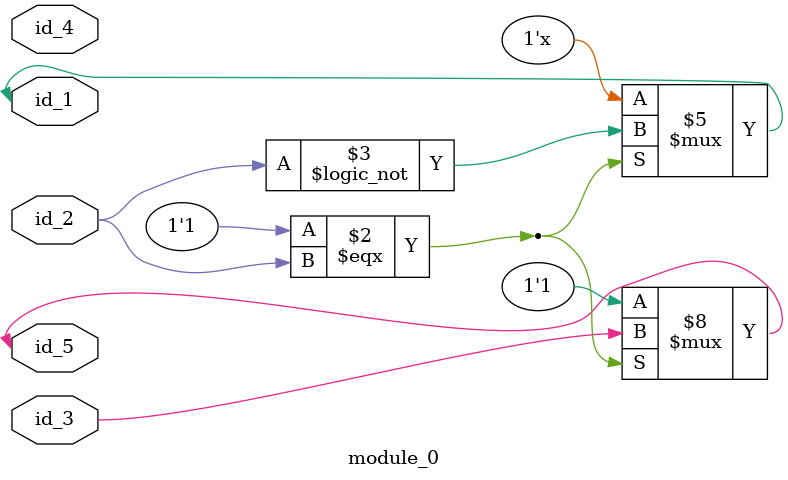
<source format=v>
module module_0 (
    id_1,
    id_2,
    id_3,
    id_4,
    id_5
);
  inout id_5;
  input id_4;
  input id_3;
  inout id_2;
  inout id_1;
  generate
    initial begin
      id_5 <= #1 id_3;
      if (1 === id_2) id_1 <= !id_2;
      else begin
        id_5 <= 1;
      end
    end
  endgenerate
endmodule

</source>
